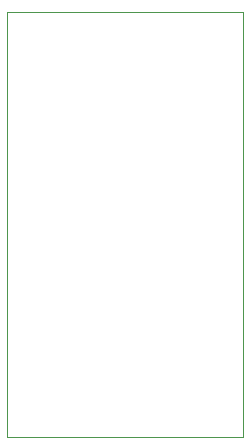
<source format=gbr>
G04 #@! TF.GenerationSoftware,KiCad,Pcbnew,5.1.2-f72e74a~84~ubuntu18.04.1*
G04 #@! TF.CreationDate,2019-12-11T23:46:13+03:00*
G04 #@! TF.ProjectId,OM-128,4f4d2d31-3238-42e6-9b69-6361645f7063,rev?*
G04 #@! TF.SameCoordinates,PX5f5e100PY7270e00*
G04 #@! TF.FileFunction,Profile,NP*
%FSLAX46Y46*%
G04 Gerber Fmt 4.6, Leading zero omitted, Abs format (unit mm)*
G04 Created by KiCad (PCBNEW 5.1.2-f72e74a~84~ubuntu18.04.1) date 2019-12-11 23:46:13*
%MOMM*%
%LPD*%
G04 APERTURE LIST*
%ADD10C,0.100000*%
G04 APERTURE END LIST*
D10*
X0Y36000000D02*
X0Y0D01*
X20000000Y36000000D02*
X0Y36000000D01*
X20000000Y0D02*
X20000000Y36000000D01*
X0Y0D02*
X20000000Y0D01*
M02*

</source>
